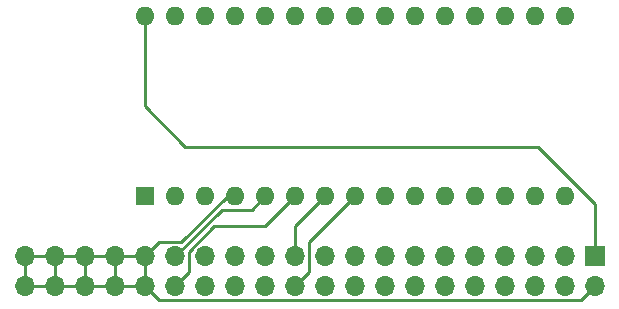
<source format=gbr>
G04 #@! TF.GenerationSoftware,KiCad,Pcbnew,(5.1.0-0)*
G04 #@! TF.CreationDate,2019-10-08T22:07:29-07:00*
G04 #@! TF.ProjectId,ArduinoSerialCard,41726475-696e-46f5-9365-7269616c4361,rev?*
G04 #@! TF.SameCoordinates,Original*
G04 #@! TF.FileFunction,Copper,L2,Bot*
G04 #@! TF.FilePolarity,Positive*
%FSLAX46Y46*%
G04 Gerber Fmt 4.6, Leading zero omitted, Abs format (unit mm)*
G04 Created by KiCad (PCBNEW (5.1.0-0)) date 2019-10-08 22:07:29*
%MOMM*%
%LPD*%
G04 APERTURE LIST*
%ADD10O,1.700000X1.700000*%
%ADD11R,1.700000X1.700000*%
%ADD12O,1.600000X1.600000*%
%ADD13R,1.600000X1.600000*%
%ADD14C,0.250000*%
G04 APERTURE END LIST*
D10*
X137160000Y-81280000D03*
X137160000Y-78740000D03*
X139700000Y-81280000D03*
X139700000Y-78740000D03*
X142240000Y-81280000D03*
X142240000Y-78740000D03*
X144780000Y-81280000D03*
X144780000Y-78740000D03*
X147320000Y-81280000D03*
X147320000Y-78740000D03*
X149860000Y-81280000D03*
X149860000Y-78740000D03*
X152400000Y-81280000D03*
X152400000Y-78740000D03*
X154940000Y-81280000D03*
X154940000Y-78740000D03*
X157480000Y-81280000D03*
X157480000Y-78740000D03*
X160020000Y-81280000D03*
X160020000Y-78740000D03*
X162560000Y-81280000D03*
X162560000Y-78740000D03*
X165100000Y-81280000D03*
X165100000Y-78740000D03*
X167640000Y-81280000D03*
X167640000Y-78740000D03*
X170180000Y-81280000D03*
X170180000Y-78740000D03*
X172720000Y-81280000D03*
X172720000Y-78740000D03*
X175260000Y-81280000D03*
X175260000Y-78740000D03*
X177800000Y-81280000D03*
X177800000Y-78740000D03*
X180340000Y-81280000D03*
X180340000Y-78740000D03*
X182880000Y-81280000D03*
X182880000Y-78740000D03*
X185420000Y-81280000D03*
D11*
X185420000Y-78740000D03*
D12*
X182880000Y-58420000D03*
X182880000Y-73660000D03*
X147320000Y-58420000D03*
X180340000Y-73660000D03*
X149860000Y-58420000D03*
X177800000Y-73660000D03*
X152400000Y-58420000D03*
X175260000Y-73660000D03*
X154940000Y-58420000D03*
X172720000Y-73660000D03*
X157480000Y-58420000D03*
X170180000Y-73660000D03*
X160020000Y-58420000D03*
X167640000Y-73660000D03*
X162560000Y-58420000D03*
X165100000Y-73660000D03*
X165100000Y-58420000D03*
X162560000Y-73660000D03*
X167640000Y-58420000D03*
X160020000Y-73660000D03*
X170180000Y-58420000D03*
X157480000Y-73660000D03*
X172720000Y-58420000D03*
X154940000Y-73660000D03*
X175260000Y-58420000D03*
X152400000Y-73660000D03*
X177800000Y-58420000D03*
X149860000Y-73660000D03*
X180340000Y-58420000D03*
D13*
X147320000Y-73660000D03*
D14*
X185420000Y-78740000D02*
X185420000Y-74295000D01*
X185420000Y-74295000D02*
X180594000Y-69469000D01*
X180594000Y-69469000D02*
X150749000Y-69469000D01*
X150749000Y-69469000D02*
X147320000Y-66040000D01*
X147320000Y-66040000D02*
X147320000Y-58420000D01*
X147320000Y-81280000D02*
X147320000Y-78740000D01*
X144780000Y-81280000D02*
X147320000Y-81280000D01*
X146117919Y-78740000D02*
X144780000Y-78740000D01*
X147320000Y-78740000D02*
X146117919Y-78740000D01*
X143577919Y-78740000D02*
X142240000Y-78740000D01*
X144780000Y-78740000D02*
X143577919Y-78740000D01*
X142240000Y-78740000D02*
X139700000Y-78740000D01*
X139700000Y-78740000D02*
X137160000Y-78740000D01*
X137160000Y-81280000D02*
X139700000Y-81280000D01*
X139700000Y-81280000D02*
X142240000Y-81280000D01*
X143442081Y-81280000D02*
X144780000Y-81280000D01*
X142240000Y-81280000D02*
X143442081Y-81280000D01*
X144780000Y-80077919D02*
X144780000Y-78740000D01*
X144780000Y-81280000D02*
X144780000Y-80077919D01*
X142240000Y-79942081D02*
X142240000Y-81280000D01*
X142240000Y-78740000D02*
X142240000Y-79942081D01*
X139700000Y-79942081D02*
X139700000Y-81280000D01*
X139700000Y-78740000D02*
X139700000Y-79942081D01*
X137160000Y-81280000D02*
X137160000Y-78740000D01*
X148495001Y-82455001D02*
X148169999Y-82129999D01*
X148169999Y-82129999D02*
X147320000Y-81280000D01*
X184244999Y-82455001D02*
X148495001Y-82455001D01*
X185420000Y-81280000D02*
X184244999Y-82455001D01*
X154329000Y-73660000D02*
X154940000Y-73660000D01*
X150424001Y-77564999D02*
X154329000Y-73660000D01*
X147320000Y-78740000D02*
X148495001Y-77564999D01*
X148495001Y-77564999D02*
X150424001Y-77564999D01*
X164300001Y-74459999D02*
X165100000Y-73660000D01*
X161195001Y-77564999D02*
X164300001Y-74459999D01*
X161195001Y-80104999D02*
X161195001Y-77564999D01*
X160020000Y-81280000D02*
X161195001Y-80104999D01*
X160020000Y-76200000D02*
X162560000Y-73660000D01*
X160020000Y-78740000D02*
X160020000Y-76200000D01*
X150709999Y-80430001D02*
X149860000Y-81280000D01*
X151035001Y-80104999D02*
X150709999Y-80430001D01*
X151035001Y-78365997D02*
X151035001Y-80104999D01*
X157480000Y-76200000D02*
X153200998Y-76200000D01*
X153200998Y-76200000D02*
X151035001Y-78365997D01*
X160020000Y-73660000D02*
X157480000Y-76200000D01*
X157480000Y-73660000D02*
X156354999Y-74785001D01*
X156354999Y-74785001D02*
X153840409Y-74785001D01*
X153840409Y-74785001D02*
X149885410Y-78740000D01*
X149885410Y-78740000D02*
X149860000Y-78740000D01*
M02*

</source>
